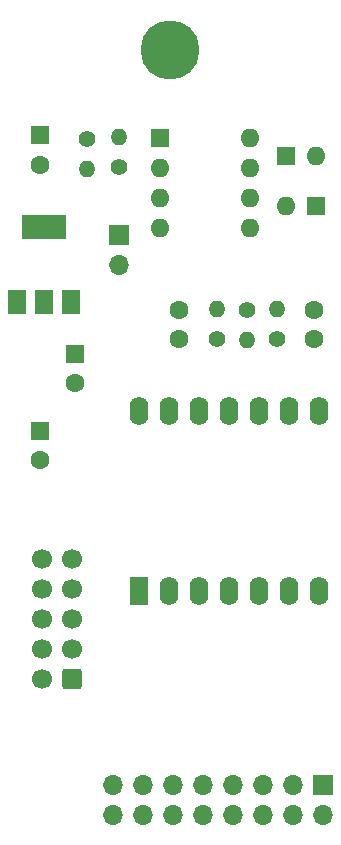
<source format=gts>
%TF.GenerationSoftware,KiCad,Pcbnew,(6.0.1)*%
%TF.CreationDate,2022-09-30T20:37:04-04:00*%
%TF.ProjectId,SYNTH-VCO_DB-03,53594e54-482d-4564-934f-5f44422d3033,1*%
%TF.SameCoordinates,Original*%
%TF.FileFunction,Soldermask,Top*%
%TF.FilePolarity,Negative*%
%FSLAX46Y46*%
G04 Gerber Fmt 4.6, Leading zero omitted, Abs format (unit mm)*
G04 Created by KiCad (PCBNEW (6.0.1)) date 2022-09-30 20:37:04*
%MOMM*%
%LPD*%
G01*
G04 APERTURE LIST*
G04 Aperture macros list*
%AMRoundRect*
0 Rectangle with rounded corners*
0 $1 Rounding radius*
0 $2 $3 $4 $5 $6 $7 $8 $9 X,Y pos of 4 corners*
0 Add a 4 corners polygon primitive as box body*
4,1,4,$2,$3,$4,$5,$6,$7,$8,$9,$2,$3,0*
0 Add four circle primitives for the rounded corners*
1,1,$1+$1,$2,$3*
1,1,$1+$1,$4,$5*
1,1,$1+$1,$6,$7*
1,1,$1+$1,$8,$9*
0 Add four rect primitives between the rounded corners*
20,1,$1+$1,$2,$3,$4,$5,0*
20,1,$1+$1,$4,$5,$6,$7,0*
20,1,$1+$1,$6,$7,$8,$9,0*
20,1,$1+$1,$8,$9,$2,$3,0*%
G04 Aperture macros list end*
%ADD10R,1.600000X1.600000*%
%ADD11C,1.600000*%
%ADD12O,1.600000X1.600000*%
%ADD13R,1.700000X1.700000*%
%ADD14O,1.700000X1.700000*%
%ADD15C,1.400000*%
%ADD16O,1.400000X1.400000*%
%ADD17C,5.000000*%
%ADD18RoundRect,0.250000X0.600000X0.600000X-0.600000X0.600000X-0.600000X-0.600000X0.600000X-0.600000X0*%
%ADD19C,1.700000*%
%ADD20R,1.600000X2.400000*%
%ADD21O,1.600000X2.400000*%
%ADD22R,1.500000X2.000000*%
%ADD23R,3.800000X2.000000*%
G04 APERTURE END LIST*
D10*
%TO.C,C11*%
X79000000Y-50000000D03*
D11*
X79000000Y-52500000D03*
%TD*%
D10*
%TO.C,C9*%
X82000000Y-68500000D03*
D11*
X82000000Y-71000000D03*
%TD*%
D10*
%TO.C,D1*%
X99824315Y-51750000D03*
D12*
X102364315Y-51750000D03*
%TD*%
D13*
%TO.C,J1*%
X103000000Y-105000000D03*
D14*
X103000000Y-107540000D03*
X100460000Y-105000000D03*
X100460000Y-107540000D03*
X97920000Y-105000000D03*
X97920000Y-107540000D03*
X95380000Y-105000000D03*
X95380000Y-107540000D03*
X92840000Y-105000000D03*
X92840000Y-107540000D03*
X90300000Y-105000000D03*
X90300000Y-107540000D03*
X87760000Y-105000000D03*
X87760000Y-107540000D03*
X85220000Y-105000000D03*
X85220000Y-107540000D03*
%TD*%
D15*
%TO.C,R3*%
X85750000Y-52720000D03*
D16*
X85750000Y-50180000D03*
%TD*%
D11*
%TO.C,C2*%
X102235000Y-64790000D03*
X102235000Y-67290000D03*
%TD*%
D15*
%TO.C,R5*%
X96520000Y-64820000D03*
D16*
X96520000Y-67360000D03*
%TD*%
D17*
%TO.C,MTG1*%
X90000000Y-42750000D03*
%TD*%
D10*
%TO.C,D2*%
X102425686Y-56000000D03*
D12*
X99885686Y-56000000D03*
%TD*%
D10*
%TO.C,U1*%
X89200000Y-50200000D03*
D12*
X89200000Y-52740000D03*
X89200000Y-55280000D03*
X89200000Y-57820000D03*
X96820000Y-57820000D03*
X96820000Y-55280000D03*
X96820000Y-52740000D03*
X96820000Y-50200000D03*
%TD*%
D11*
%TO.C,C3*%
X90805000Y-67290000D03*
X90805000Y-64790000D03*
%TD*%
D18*
%TO.C,J5*%
X81752500Y-96080000D03*
D19*
X79212500Y-96080000D03*
X81752500Y-93540000D03*
X79212500Y-93540000D03*
X81752500Y-91000000D03*
X79212500Y-91000000D03*
X81752500Y-88460000D03*
X79212500Y-88460000D03*
X81752500Y-85920000D03*
X79212500Y-85920000D03*
%TD*%
D20*
%TO.C,U2*%
X87380000Y-88620000D03*
D21*
X89920000Y-88620000D03*
X92460000Y-88620000D03*
X95000000Y-88620000D03*
X97540000Y-88620000D03*
X100080000Y-88620000D03*
X102620000Y-88620000D03*
X102620000Y-73380000D03*
X100080000Y-73380000D03*
X97540000Y-73380000D03*
X95000000Y-73380000D03*
X92460000Y-73380000D03*
X89920000Y-73380000D03*
X87380000Y-73380000D03*
%TD*%
D13*
%TO.C,H1*%
X85725000Y-58415000D03*
D14*
X85725000Y-60955000D03*
%TD*%
D15*
%TO.C,R2*%
X83000000Y-50280000D03*
D16*
X83000000Y-52820000D03*
%TD*%
D15*
%TO.C,R6*%
X93980000Y-67260000D03*
D16*
X93980000Y-64720000D03*
%TD*%
D15*
%TO.C,R4*%
X99060000Y-67260000D03*
D16*
X99060000Y-64720000D03*
%TD*%
D10*
%TO.C,C10*%
X79000000Y-75000000D03*
D11*
X79000000Y-77500000D03*
%TD*%
D22*
%TO.C,U3*%
X77075000Y-64110000D03*
X79375000Y-64110000D03*
X81675000Y-64110000D03*
D23*
X79375000Y-57810000D03*
%TD*%
M02*

</source>
